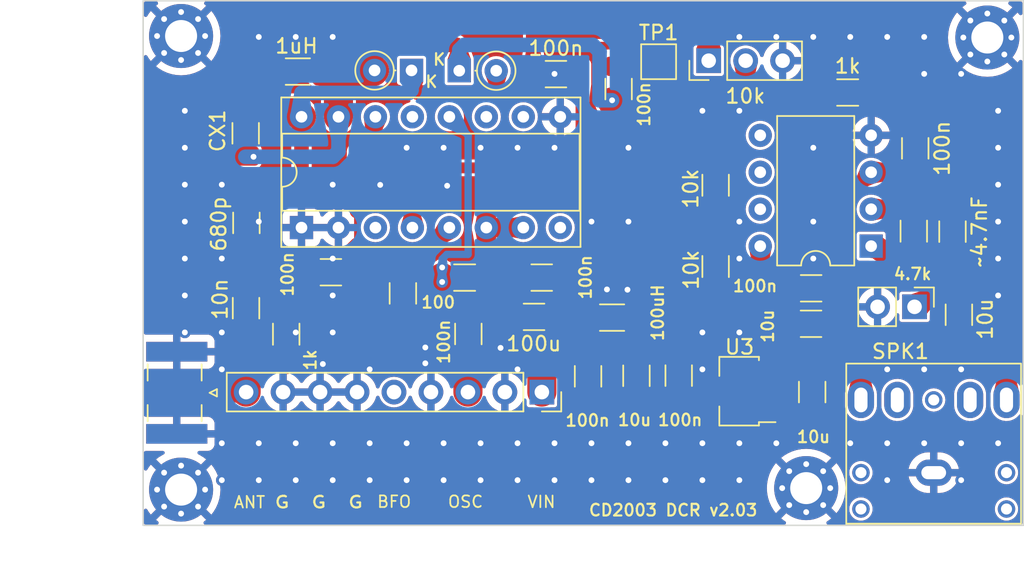
<source format=kicad_pcb>
(kicad_pcb (version 20221018) (generator pcbnew)
  (layers (0 "F.Cu" signal) (31 "B.Cu" signal) (34 "B.Paste" user) (35 "F.Paste" user) (36 "B.SilkS" user "B.Silkscreen") (37 "F.SilkS" user "F.Silkscreen") (38 "B.Mask" user) (39 "F.Mask" user) (44 "Edge.Cuts" user))
  (net 0 "")
  (net 1 "RX_OSC")
  (net 2 "+5V")
  (net 3 "Net-(U1-FM{slash}AM_SW)")
  (net 4 "Net-(D7-K)")
  (net 8 "GND")
  (net 10 "Net-(U1-AM_OSC)")
  (net 12 "RX_AUDIO")
  (net 13 "Net-(C11-Pad1)")
  (net 14 "Net-(C1-Pad2)")
  (net 15 "Net-(U2A-+)")
  (net 16 "Net-(U2A--)")
  (net 17 "+3.3V")
  (net 18 "Net-(RV1-Pad2)")
  (net 22 "5VCLEAN")
  (net 23 "Net-(J1-In)")
  (net 24 "Net-(J2-Pin_1)")
  (net 25 "Net-(C14-Pad2)")
  (net 28 "Net-(U1-AGC)")
  (footprint "TestPoint:TestPoint_Pad_2.0x2.0mm" (layer "F.Cu") (at 80.46 47.66)
    (fp_text reference "TP1" (at 0 -1.998) (layer "F.SilkS"))
    (fp_text value "Debug_Audio" hide)
    (pad "1" smd rect (at 0 0) (size 2 2) (layers "F.Cu" "F.Mask") (net 14 "Net-(C1-Pad2)"))
  )
  (footprint "Diode_THT:D_DO-35_SOD27_P2.54mm_Vertical_KathodeUp" (layer "F.Cu") (at 66.762 48.278)
    (fp_text reference "D8" hide)
    (fp_text value "1N4148" hide)
    (fp_text user "K" (at -1.382 -0.768) (layer "F.SilkS") (effects (font (size 0.8 0.8))))
    (pad "1" thru_hole rect (at 0 0) (size 1.6 1.6) (drill 0.8) (layers "*.Cu" "*.Mask") (net 22 "5VCLEAN"))
    (pad "2" thru_hole oval (at 2.54 0) (size 1.6 1.6) (drill 0.8) (layers "*.Cu" "*.Mask") (net 4 "Net-(D7-K)"))
  )
  (footprint "Capacitor_SMD:C_1206_3216Metric_Pad1.33x1.80mm_HandSolder" (layer "F.Cu") (at 75.612 69.2955 -90)
    (fp_text reference "C5" hide)
    (fp_text value "100n" (at 3.0345 0.032 180) (layer "F.SilkS") (effects (font (size 0.8 0.8))))
    (pad "1" smd roundrect (at -1.5625 0 270) (size 1.325 1.8) (layers "F.Cu" "F.Paste" "F.Mask") (roundrect_rratio 0.1886792453) (net 2 "+5V"))
    (pad "2" smd roundrect (at 1.5625 0 270) (size 1.325 1.8) (layers "F.Cu" "F.Paste" "F.Mask") (roundrect_rratio 0.1886792453) (net 8 "GND"))
  )
  (footprint "Connector_PinHeader_2.54mm:PinHeader_1x03_P2.54mm_Vertical" (layer "F.Cu") (at 83.9 47.59 90)
    (fp_text reference "RV1" hide)
    (fp_text value "10k" (at -2.432 2.518 180) (layer "F.SilkS"))
    (pad "1" thru_hole rect (at 0 0 90) (size 1.7 1.7) (drill 1) (layers "*.Cu" "*.Mask") (net 14 "Net-(C1-Pad2)"))
    (pad "2" thru_hole oval (at 0 2.54 90) (size 1.7 1.7) (drill 1) (layers "*.Cu" "*.Mask") (net 18 "Net-(RV1-Pad2)"))
    (pad "3" thru_hole oval (at 0 5.08 90) (size 1.7 1.7) (drill 1) (layers "*.Cu" "*.Mask") (net 8 "GND"))
  )
  (footprint "Connector_PinHeader_2.54mm:PinHeader_1x02_P2.54mm_Vertical" (layer "F.Cu") (at 98.044 64.516 -90)
    (fp_text reference "J2" hide)
    (fp_text value "Conn_01x02" hide)
    (pad "1" thru_hole rect (at 0 0 270) (size 1.7 1.7) (drill 1) (layers "*.Cu" "*.Mask") (net 24 "Net-(J2-Pin_1)"))
    (pad "2" thru_hole oval (at 0 2.54 270) (size 1.7 1.7) (drill 1) (layers "*.Cu" "*.Mask") (net 8 "GND"))
  )
  (footprint "Capacitor_SMD:C_1206_3216Metric_Pad1.33x1.80mm_HandSolder" (layer "F.Cu") (at 77.71 49.54 90)
    (fp_text reference "C8" hide)
    (fp_text value "100n" (at -1.06 1.75 90) (layer "F.SilkS") (effects (font (size 0.8 0.8))))
    (pad "1" smd roundrect (at -1.5625 0 90) (size 1.325 1.8) (layers "F.Cu" "F.Paste" "F.Mask") (roundrect_rratio 0.1886792453) (net 22 "5VCLEAN"))
    (pad "2" smd roundrect (at 1.5625 0 90) (size 1.325 1.8) (layers "F.Cu" "F.Paste" "F.Mask") (roundrect_rratio 0.1886792453) (net 8 "GND"))
  )
  (footprint "Capacitor_SMD:C_1206_3216Metric_Pad1.33x1.80mm_HandSolder" (layer "F.Cu") (at 57.942 62.138)
    (fp_text reference "C10" hide)
    (fp_text value "100n" (at -2.982 0.142 90) (layer "F.SilkS") (effects (font (size 0.8 0.8))))
    (pad "1" smd roundrect (at -1.5625 0) (size 1.325 1.8) (layers "F.Cu" "F.Paste" "F.Mask") (roundrect_rratio 0.1886792453) (net 8 "GND"))
    (pad "2" smd roundrect (at 1.5625 0) (size 1.325 1.8) (layers "F.Cu" "F.Paste" "F.Mask") (roundrect_rratio 0.1886792453) (net 3 "Net-(U1-FM{slash}AM_SW)"))
  )
  (footprint "Inductor_SMD:L_1206_3216Metric_Pad1.22x1.90mm_HandSolder" (layer "F.Cu") (at 55.672 48.338)
    (fp_text reference "L1" hide)
    (fp_text value "1uH" (at -0.092 -1.758) (layer "F.SilkS"))
    (pad "1" smd roundrect (at -1.6625 0) (size 1.225 1.9) (layers "F.Cu" "F.Paste" "F.Mask") (roundrect_rratio 0.2040816327) (net 4 "Net-(D7-K)"))
    (pad "2" smd roundrect (at 1.6625 0) (size 1.225 1.9) (layers "F.Cu" "F.Paste" "F.Mask") (roundrect_rratio 0.2040816327) (net 22 "5VCLEAN"))
  )
  (footprint "Capacitor_SMD:C_1206_3216Metric_Pad1.33x1.80mm_HandSolder" (layer "F.Cu") (at 52.137 58.7455 90)
    (fp_text reference "C11" hide)
    (fp_text value "680p" (at -0.0745 -1.897 90) (layer "F.SilkS"))
    (pad "1" smd roundrect (at -1.5625 0 90) (size 1.325 1.8) (layers "F.Cu" "F.Paste" "F.Mask") (roundrect_rratio 0.1886792453) (net 13 "Net-(C11-Pad1)"))
    (pad "2" smd roundrect (at 1.5625 0 90) (size 1.325 1.8) (layers "F.Cu" "F.Paste" "F.Mask") (roundrect_rratio 0.1886792453) (net 4 "Net-(D7-K)"))
  )
  (footprint "Capacitor_SMD:C_1206_3216Metric_Pad1.33x1.80mm_HandSolder" (layer "F.Cu") (at 71.8995 65.208 180)
    (fp_text reference "C6" hide)
    (fp_text value "100u" (at 0.0175 -1.848) (layer "F.SilkS"))
    (pad "1" smd roundrect (at -1.5625 0 180) (size 1.325 1.8) (layers "F.Cu" "F.Paste" "F.Mask") (roundrect_rratio 0.1886792453) (net 2 "+5V"))
    (pad "2" smd roundrect (at 1.5625 0 180) (size 1.325 1.8) (layers "F.Cu" "F.Paste" "F.Mask") (roundrect_rratio 0.1886792453) (net 8 "GND"))
  )
  (footprint "Resistor_SMD:R_1206_3216Metric_Pad1.30x1.75mm_HandSolder" (layer "F.Cu") (at 67.13 62.506)
    (fp_text reference "R14" hide)
    (fp_text value "100" (at -1.81 1.704) (layer "F.SilkS") (effects (font (size 0.8 0.8))))
    (pad "1" smd roundrect (at -1.55 0) (size 1.3 1.75) (layers "F.Cu" "F.Paste" "F.Mask") (roundrect_rratio 0.1923076923) (net 10 "Net-(U1-AM_OSC)"))
    (pad "2" smd roundrect (at 1.55 0) (size 1.3 1.75) (layers "F.Cu" "F.Paste" "F.Mask") (roundrect_rratio 0.1923076923) (net 22 "5VCLEAN"))
  )
  (footprint "Capacitor_SMD:C_1206_3216Metric_Pad1.33x1.80mm_HandSolder" (layer "F.Cu") (at 72.4285 62.506 180)
    (fp_text reference "C9" hide)
    (fp_text value "100n" (at -3.0095 0.022 90) (layer "F.SilkS") (effects (font (size 0.8 0.8))))
    (pad "1" smd roundrect (at -1.5625 0 180) (size 1.325 1.8) (layers "F.Cu" "F.Paste" "F.Mask") (roundrect_rratio 0.1886792453) (net 22 "5VCLEAN"))
    (pad "2" smd roundrect (at 1.5625 0 180) (size 1.325 1.8) (layers "F.Cu" "F.Paste" "F.Mask") (roundrect_rratio 0.1886792453) (net 8 "GND"))
  )
  (footprint "MountingHole:MountingHole_2.2mm_M2_Pad_Via" (layer "F.Cu") (at 90.6 76.984 180)
    (fp_text reference "H2" hide)
    (fp_text value "MountingHole_Pad" hide)
    (pad "1" thru_hole circle (at -1.65 0 180) (size 0.7 0.7) (drill 0.4) (layers "*.Cu" "*.Mask") (net 8 "GND"))
    (pad "1" thru_hole circle (at -1.166726 -1.166726 180) (size 0.7 0.7) (drill 0.4) (layers "*.Cu" "*.Mask") (net 8 "GND"))
    (pad "1" thru_hole circle (at -1.166726 1.166726 180) (size 0.7 0.7) (drill 0.4) (layers "*.Cu" "*.Mask") (net 8 "GND"))
    (pad "1" thru_hole circle (at 0 -1.65 180) (size 0.7 0.7) (drill 0.4) (layers "*.Cu" "*.Mask") (net 8 "GND"))
    (pad "1" thru_hole circle (at 0 0 180) (size 4.4 4.4) (drill 2.2) (layers "*.Cu" "*.Mask") (net 8 "GND"))
    (pad "1" thru_hole circle (at 0 1.65 180) (size 0.7 0.7) (drill 0.4) (layers "*.Cu" "*.Mask") (net 8 "GND"))
    (pad "1" thru_hole circle (at 1.166726 -1.166726 180) (size 0.7 0.7) (drill 0.4) (layers "*.Cu" "*.Mask") (net 8 "GND"))
    (pad "1" thru_hole circle (at 1.166726 1.166726 180) (size 0.7 0.7) (drill 0.4) (layers "*.Cu" "*.Mask") (net 8 "GND"))
    (pad "1" thru_hole circle (at 1.65 0 180) (size 0.7 0.7) (drill 0.4) (layers "*.Cu" "*.Mask") (net 8 "GND"))
  )
  (footprint "MountingHole:MountingHole_2.2mm_M2_Pad_Via" (layer "F.Cu") (at 47.649274 77.087274)
    (fp_text reference "H4" hide)
    (fp_text value "MountingHole_Pad" hide)
    (pad "1" thru_hole circle (at -1.65 0) (size 0.7 0.7) (drill 0.4) (layers "*.Cu" "*.Mask") (net 8 "GND"))
    (pad "1" thru_hole circle (at -1.166726 -1.166726) (size 0.7 0.7) (drill 0.4) (layers "*.Cu" "*.Mask") (net 8 "GND"))
    (pad "1" thru_hole circle (at -1.166726 1.166726) (size 0.7 0.7) (drill 0.4) (layers "*.Cu" "*.Mask") (net 8 "GND"))
    (pad "1" thru_hole circle (at 0 -1.65) (size 0.7 0.7) (drill 0.4) (layers "*.Cu" "*.Mask") (net 8 "GND"))
    (pad "1" thru_hole circle (at 0 0) (size 4.4 4.4) (drill 2.2) (layers "*.Cu" "*.Mask") (net 8 "GND"))
    (pad "1" thru_hole circle (at 0 1.65) (size 0.7 0.7) (drill 0.4) (layers "*.Cu" "*.Mask") (net 8 "GND"))
    (pad "1" thru_hole circle (at 1.166726 -1.166726) (size 0.7 0.7) (drill 0.4) (layers "*.Cu" "*.Mask") (net 8 "GND"))
    (pad "1" thru_hole circle (at 1.166726 1.166726) (size 0.7 0.7) (drill 0.4) (layers "*.Cu" "*.Mask") (net 8 "GND"))
    (pad "1" thru_hole circle (at 1.65 0) (size 0.7 0.7) (drill 0.4) (layers "*.Cu" "*.Mask") (net 8 "GND"))
  )
  (footprint "Capacitor_SMD:C_1206_3216Metric_Pad1.33x1.80mm_HandSolder" (layer "F.Cu") (at 78.937 69.258 -90)
    (fp_text reference "C3" hide)
    (fp_text value "10u" (at 3.04 0.127 180) (layer "F.SilkS") (effects (font (size 0.8 0.8))))
    (pad "1" smd roundrect (at -1.5625 0 270) (size 1.325 1.8) (layers "F.Cu" "F.Paste" "F.Mask") (roundrect_rratio 0.1886792453) (net 22 "5VCLEAN"))
    (pad "2" smd roundrect (at 1.5625 0 270) (size 1.325 1.8) (layers "F.Cu" "F.Paste" "F.Mask") (roundrect_rratio 0.1886792453) (net 8 "GND"))
  )
  (footprint "MountingHole:MountingHole_2.2mm_M2_Pad_Via" (layer "F.Cu") (at 47.649274 45.892726 180)
    (fp_text reference "H1" hide)
    (fp_text value "MountingHole_Pad" hide)
    (pad "1" thru_hole circle (at -1.65 0 180) (size 0.7 0.7) (drill 0.4) (layers "*.Cu" "*.Mask") (net 8 "GND"))
    (pad "1" thru_hole circle (at -1.166726 -1.166726 180) (size 0.7 0.7) (drill 0.4) (layers "*.Cu" "*.Mask") (net 8 "GND"))
    (pad "1" thru_hole circle (at -1.166726 1.166726 180) (size 0.7 0.7) (drill 0.4) (layers "*.Cu" "*.Mask") (net 8 "GND"))
    (pad "1" thru_hole circle (at 0 -1.65 180) (size 0.7 0.7) (drill 0.4) (layers "*.Cu" "*.Mask") (net 8 "GND"))
    (pad "1" thru_hole circle (at 0 0 180) (size 4.4 4.4) (drill 2.2) (layers "*.Cu" "*.Mask") (net 8 "GND"))
    (pad "1" thru_hole circle (at 0 1.65 180) (size 0.7 0.7) (drill 0.4) (layers "*.Cu" "*.Mask") (net 8 "GND"))
    (pad "1" thru_hole circle (at 1.166726 -1.166726 180) (size 0.7 0.7) (drill 0.4) (layers "*.Cu" "*.Mask") (net 8 "GND"))
    (pad "1" thru_hole circle (at 1.166726 1.166726 180) (size 0.7 0.7) (drill 0.4) (layers "*.Cu" "*.Mask") (net 8 "GND"))
    (pad "1" thru_hole circle (at 1.65 0 180) (size 0.7 0.7) (drill 0.4) (layers "*.Cu" "*.Mask") (net 8 "GND"))
  )
  (footprint "Capacitor_SMD:C_1206_3216Metric_Pad1.33x1.80mm_HandSolder" (layer "F.Cu") (at 98.092 53.616 90)
    (fp_text reference "C2" hide)
    (fp_text value "100n" (at 0 1.85 90) (layer "F.SilkS"))
    (pad "1" smd roundrect (at -1.5625 0 90) (size 1.325 1.8) (layers "F.Cu" "F.Paste" "F.Mask") (roundrect_rratio 0.1886792453) (net 15 "Net-(U2A-+)"))
    (pad "2" smd roundrect (at 1.5625 0 90) (size 1.325 1.8) (layers "F.Cu" "F.Paste" "F.Mask") (roundrect_rratio 0.1886792453) (net 8 "GND"))
  )
  (footprint "Inductor_SMD:L_1206_3216Metric_Pad1.22x1.90mm_HandSolder" (layer "F.Cu") (at 77.262 65.258)
    (fp_text reference "L2" hide)
    (fp_text value "100uH" (at 3.138 -0.338 90) (layer "F.SilkS") (effects (font (size 0.8 0.8))))
    (pad "1" smd roundrect (at -1.6625 0) (size 1.225 1.9) (layers "F.Cu" "F.Paste" "F.Mask") (roundrect_rratio 0.2040816327) (net 2 "+5V"))
    (pad "2" smd roundrect (at 1.6625 0) (size 1.225 1.9) (layers "F.Cu" "F.Paste" "F.Mask") (roundrect_rratio 0.2040816327) (net 22 "5VCLEAN"))
  )
  (footprint "footprints:PinSocket_1x09_P2.54mm_Vertical_Custom" (layer "F.Cu") (at 72.438 70.38 -90)
    (fp_text reference "JP1" hide)
    (fp_text value "Pin Header" hide)
    (pad "1" thru_hole rect (at 0 0 270) (size 1.7 1.7) (drill 1) (layers "*.Cu" "*.Mask") (net 2 "+5V"))
    (pad "2" thru_hole oval (at 0 2.54 270) (size 1.7 1.7) (drill 1) (layers "*.Cu" "*.Mask") (net 8 "GND"))
    (pad "3" thru_hole oval (at 0 5.08 270) (size 1.7 1.7) (drill 1) (layers "*.Cu" "*.Mask") (net 1 "RX_OSC"))
    (pad "4" thru_hole oval (at 0 7.62 270) (size 1.7 1.7) (drill 1) (layers "*.Cu" "*.Mask") (net 8 "GND"))
    (pad "5" thru_hole oval (at 0 10.16 270) (size 1.7 1.7) (drill 1) (layers "*.Cu" "*.Mask"))
    (pad "6" thru_hole oval (at 0 12.7 270) (size 1.7 1.7) (drill 1) (layers "*.Cu" "*.Mask") (net 8 "GND"))
    (pad "7" thru_hole oval (at 0 15.24 270) (size 1.7 1.7) (drill 1) (layers "*.Cu" "*.Mask") (net 8 "GND"))
    (pad "8" thru_hole oval (at 0 17.78 270) (size 1.7 1.7) (drill 1) (layers "*.Cu" "*.Mask") (net 8 "GND"))
    (pad "9" thru_hole oval (at 0 20.32 270) (size 1.7 1.7) (drill 1) (layers "*.Cu" "*.Mask") (net 23 "Net-(J1-In)"))
  )
  (footprint "Capacitor_SMD:C_1206_3216Metric_Pad1.33x1.80mm_HandSolder" (layer "F.Cu") (at 90.9395 63.243)
    (fp_text reference "C12" hide)
    (fp_text value "100n" (at -3.8495 -0.153 180) (layer "F.SilkS") (effects (font (size 0.8 0.8))))
    (pad "1" smd roundrect (at -1.5625 0) (size 1.325 1.8) (layers "F.Cu" "F.Paste" "F.Mask") (roundrect_rratio 0.1886792453) (net 17 "+3.3V"))
    (pad "2" smd roundrect (at 1.5625 0) (size 1.325 1.8) (layers "F.Cu" "F.Paste" "F.Mask") (roundrect_rratio 0.1886792453) (net 8 "GND"))
  )
  (footprint "Capacitor_SMD:C_1206_3216Metric_Pad1.33x1.80mm_HandSolder" (layer "F.Cu") (at 91.012 70.378 -90)
    (fp_text reference "C13" hide)
    (fp_text value "10u" (at 3.082 -0.088 180) (layer "F.SilkS") (effects (font (size 0.8 0.8))))
    (pad "1" smd roundrect (at -1.5625 0 270) (size 1.325 1.8) (layers "F.Cu" "F.Paste" "F.Mask") (roundrect_rratio 0.1886792453) (net 17 "+3.3V"))
    (pad "2" smd roundrect (at 1.5625 0 270) (size 1.325 1.8) (layers "F.Cu" "F.Paste" "F.Mask") (roundrect_rratio 0.1886792453) (net 8 "GND"))
  )
  (footprint "Capacitor_SMD:C_1206_3216Metric_Pad1.33x1.80mm_HandSolder" (layer "F.Cu") (at 90.932 65.683 180)
    (fp_text reference "C15" hide)
    (fp_text value "10u" (at 2.972 -0.167 90) (layer "F.SilkS") (effects (font (size 0.8 0.8))))
    (pad "1" smd roundrect (at -1.5625 0 180) (size 1.325 1.8) (layers "F.Cu" "F.Paste" "F.Mask") (roundrect_rratio 0.1886792453) (net 8 "GND"))
    (pad "2" smd roundrect (at 1.5625 0 180) (size 1.325 1.8) (layers "F.Cu" "F.Paste" "F.Mask") (roundrect_rratio 0.1886792453) (net 17 "+3.3V"))
  )
  (footprint "Capacitor_SMD:C_1206_3216Metric_Pad1.33x1.80mm_HandSolder" (layer "F.Cu") (at 52.112 64.608 -90)
    (fp_text reference "C17" hide)
    (fp_text value "10n" (at -0.618 1.782 90) (layer "F.SilkS"))
    (pad "1" smd roundrect (at -1.5625 0 270) (size 1.325 1.8) (layers "F.Cu" "F.Paste" "F.Mask") (roundrect_rratio 0.1886792453) (net 13 "Net-(C11-Pad1)"))
    (pad "2" smd roundrect (at 1.5625 0 270) (size 1.325 1.8) (layers "F.Cu" "F.Paste" "F.Mask") (roundrect_rratio 0.1886792453) (net 23 "Net-(J1-In)"))
  )
  (footprint "Capacitor_SMD:C_1206_3216Metric_Pad1.33x1.80mm_HandSolder" (layer "F.Cu") (at 67.387 66.383 -90)
    (fp_text reference "C21" hide)
    (fp_text value "100n" (at 0.537 1.687 90) (layer "F.SilkS") (effects (font (size 0.8 0.8))))
    (pad "1" smd roundrect (at -1.5625 0 270) (size 1.325 1.8) (layers "F.Cu" "F.Paste" "F.Mask") (roundrect_rratio 0.1886792453) (net 10 "Net-(U1-AM_OSC)"))
    (pad "2" smd roundrect (at 1.5625 0 270) (size 1.325 1.8) (layers "F.Cu" "F.Paste" "F.Mask") (roundrect_rratio 0.1886792453) (net 1 "RX_OSC"))
  )
  (footprint "Capacitor_SMD:C_1206_3216Metric_Pad1.33x1.80mm_HandSolder" (layer "F.Cu") (at 52.087 52.583 -90)
    (fp_text reference "CX1" (at -0.167 1.927 90) (layer "F.SilkS"))
    (fp_text value "  " hide)
    (pad "1" smd roundrect (at -1.5625 0 270) (size 1.325 1.8) (layers "F.Cu" "F.Paste" "F.Mask") (roundrect_rratio 0.1886792453) (net 4 "Net-(D7-K)"))
    (pad "2" smd roundrect (at 1.5625 0 270) (size 1.325 1.8) (layers "F.Cu" "F.Paste" "F.Mask") (roundrect_rratio 0.1886792453) (net 22 "5VCLEAN"))
  )
  (footprint "Capacitor_SMD:C_1206_3216Metric_Pad1.33x1.80mm_HandSolder" (layer "F.Cu") (at 62.89 63.5925 -90)
    (fp_text reference "C16" hide)
    (fp_text value " 10u")
    (pad "1" smd roundrect (at -1.5625 0 270) (size 1.325 1.8) (layers "F.Cu" "F.Paste" "F.Mask") (roundrect_rratio 0.188679) (net 28 "Net-(U1-AGC)"))
    (pad "2" smd roundrect (at 1.5625 0 270) (size 1.325 1.8) (layers "F.Cu" "F.Paste" "F.Mask") (roundrect_rratio 0.188679) (net 8 "GND"))
  )
  (footprint "Capacitor_SMD:C_1206_3216Metric_Pad1.33x1.80mm_HandSolder" (layer "F.Cu") (at 100.652 59.3455 90)
    (fp_text reference "C7" hide)
    (fp_text value "~4.7nF" (at 0 1.85 90) (layer "F.SilkS"))
    (pad "1" smd roundrect (at -1.5625 0 90) (size 1.325 1.8) (layers "F.Cu" "F.Paste" "F.Mask") (roundrect_rratio 0.1886792453) (net 24 "Net-(J2-Pin_1)"))
    (pad "2" smd roundrect (at 1.5625 0 90) (size 1.325 1.8) (layers "F.Cu" "F.Paste" "F.Mask") (roundrect_rratio 0.1886792453) (net 16 "Net-(U2A--)"))
  )
  (footprint "Resistor_SMD:R_1206_3216Metric_Pad1.30x1.75mm_HandSolder" (layer "F.Cu") (at 54.872 66.398 -90)
    (fp_text reference "R13" hide)
    (fp_text value "1k" (at 1.772 -1.658 90) (layer "F.SilkS") (effects (font (size 0.8 0.8))))
    (pad "1" smd roundrect (at -1.55 0 270) (size 1.3 1.75) (layers "F.Cu" "F.Paste" "F.Mask") (roundrect_rratio 0.1923076923) (net 13 "Net-(C11-Pad1)"))
    (pad "2" smd roundrect (at 1.55 0 270) (size 1.3 1.75) (layers "F.Cu" "F.Paste" "F.Mask") (roundrect_rratio 0.1923076923) (net 8 "GND"))
  )
  (footprint "Resistor_SMD:R_1206_3216Metric_Pad1.30x1.75mm_HandSolder" (layer "F.Cu") (at 84.376 61.744 90)
    (fp_text reference "R1" hide)
    (fp_text value "10k" (at -0.226 -1.676 90) (layer "F.SilkS"))
    (pad "1" smd roundrect (at -1.55 0 90) (size 1.3 1.75) (layers "F.Cu" "F.Paste" "F.Mask") (roundrect_rratio 0.1923076923) (net 17 "+3.3V"))
    (pad "2" smd roundrect (at 1.55 0 90) (size 1.3 1.75) (layers "F.Cu" "F.Paste" "F.Mask") (roundrect_rratio 0.1923076923) (net 15 "Net-(U2A-+)"))
  )
  (footprint "Resistor_SMD:R_1206_3216Metric_Pad1.30x1.75mm_HandSolder" (layer "F.Cu") (at 93.45 49.778 180)
    (fp_text reference "Rin1" hide)
    (fp_text value "1k" (at 0 1.82) (layer "F.SilkS"))
    (pad "1" smd roundrect (at -1.55 0 180) (size 1.3 1.75) (layers "F.Cu" "F.Paste" "F.Mask") (roundrect_rratio 0.1923076923) (net 16 "Net-(U2A--)"))
    (pad "2" smd roundrect (at 1.55 0 180) (size 1.3 1.75) (layers "F.Cu" "F.Paste" "F.Mask") (roundrect_rratio 0.1923076923) (net 18 "Net-(RV1-Pad2)"))
  )
  (footprint "Connector_Coaxial:SMA_Samtec_SMA-J-P-X-ST-EM1_EdgeMount" (layer "F.Cu") (at 47.352 70.428 -90)
    (fp_text reference "J1" hide)
    (fp_text value "SMA Edge Mount" hide)
    (pad "1" smd rect (at 0 0.2 270) (size 1.27 3.6) (layers "F.Cu" "F.Paste" "F.Mask") (net 23 "Net-(J1-In)"))
    (pad "2" smd rect (at -2.825 0 270) (size 1.35 4.2) (layers "F.Cu" "F.Paste" "F.Mask") (net 8 "GND"))
    (pad "2" smd rect (at -2.825 0 270) (size 1.35 4.2) (layers "B.Cu" "B.Paste" "B.Mask") (net 8 "GND"))
    (pad "2" smd rect (at 2.825 0 270) (size 1.35 4.2) (layers "F.Cu" "F.Paste" "F.Mask") (net 8 "GND"))
    (pad "2" smd rect (at 2.825 0 270) (size 1.35 4.2) (layers "B.Cu" "B.Paste" "B.Mask") (net 8 "GND"))
  )
  (footprint "Resistor_SMD:R_1206_3216Metric_Pad1.30x1.75mm_HandSolder" (layer "F.Cu") (at 97.992 59.313 90)
    (fp_text reference "Rf1" hide)
    (fp_text value "4.7k" (at -2.947 -0.082) (layer "F.SilkS") (effects (font (size 0.8 0.8))))
    (pad "1" smd roundrect (at -1.55 0 90) (size 1.3 1.75) (layers "F.Cu" "F.Paste" "F.Mask") (roundrect_rratio 0.1923076923) (net 24 "Net-(J2-Pin_1)"))
    (pad "2" smd roundrect (at 1.55 0 90) (size 1.3 1.75) (layers "F.Cu" "F.Paste" "F.Mask") (roundrect_rratio 0.1923076923) (net 16 "Net-(U2A--)"))
  )
  (footprint "MountingHole:MountingHole_2.2mm_M2_Pad_Via" (layer "F.Cu") (at 103.046 45.996)
    (fp_text reference "H3" hide)
    (fp_text value "MountingHole_Pad" hide)
    (pad "1" thru_hole circle (at -1.65 0) (size 0.7 0.7) (drill 0.4) (layers "*.Cu" "*.Mask") (net 8 "GND"))
    (pad "1" thru_hole circle (at -1.166726 -1.166726) (size 0.7 0.7) (drill 0.4) (layers "*.Cu" "*.Mask") (net 8 "GND"))
    (pad "1" thru_hole circle (at -1.166726 1.166726) (size 0.7 0.7) (drill 0.4) (layers "*.Cu" "*.Mask") (net 8 "GND"))
    (pad "1" thru_hole circle (at 0 -1.65) (size 0.7 0.7) (drill 0.4) (layers "*.Cu" "*.Mask") (net 8 "GND"))
    (pad "1" thru_hole circle (at 0 0) (size 4.4 4.4) (drill 2.2) (layers "*.Cu" "*.Mask") (net 8 "GND"))
    (pad "1" thru_hole circle (at 0 1.65) (size 0.7 0.7) (drill 0.4) (layers "*.Cu" "*.Mask") (net 8 "GND"))
    (pad "1" thru_hole circle (at 1.166726 -1.166726) (size 0.7 0.7) (drill 0.4) (layers "*.Cu" "*.Mask") (net 8 "GND"))
    (pad "1" thru_hole circle (at 1.166726 1.166726) (size 0.7 0.7) (drill 0.4) (layers "*.Cu" "*.Mask") (net 8 "GND"))
    (pad "1" thru_hole circle (at 1.65 0) (size 0.7 0.7) (drill 0.4) (layers "*.Cu" "*.Mask") (net 8 "GND"))
  )
  (footprint "Capacitor_SMD:C_1206_3216Metric_Pad1.33x1.80mm_HandSolder" (layer "F.Cu") (at 73.406 48.514 180)
    (fp_text reference "C1" hide)
    (fp_text value "100n" (at 0 1.778) (layer "F.SilkS"))
    (pad "1" smd roundrect (at -1.5625 0 180) (size 1.325 1.8) (layers "F.Cu" "F.Paste" "F.Mask") (roundrect_rratio 0.1886792453) (net 12 "RX_AUDIO"))
    (pad "2" smd roundrect (at 1.5625 0 180) (size 1.325 1.8) (layers "F.Cu" "F.Paste" "F.Mask") (roundrect_rratio 0.1886792453) (net 14 "Net-(C1-Pad2)"))
  )
  (footprint "Resistor_SMD:R_1206_3216Metric_Pad1.30x1.75mm_HandSolder" (layer "F.Cu") (at 84.376 56.156 90)
    (fp_text reference "R2" hide)
    (fp_text value "10k" (at -0.234 -1.706 90) (layer "F.SilkS"))
    (pad "1" smd roundrect (at -1.55 0 90) (size 1.3 1.75) (layers "F.Cu" "F.Paste" "F.Mask") (roundrect_rratio 0.1923076923) (net 15 "Net-(U2A-+)"))
    (pad "2" smd roundrect (at 1.55 0 90) (size 1.3 1.75) (layers "F.Cu" "F.Paste" "F.Mask") (roundrect_rratio 0.1923076923) (net 8 "GND"))
  )
  (footprint "Diode_THT:D_DO-35_SOD27_P2.54mm_Vertical_KathodeUp" (layer "F.Cu") (at 63.482 48.258 180)
    (fp_text reference "D7" hide)
    (fp_text value "1N4148" hide)
    (fp_text user "K" (at -1.368 -0.782) (layer "F.SilkS") (effects (font (size 0.8 0.8))))
    (pad "1" thru_hole rect (at 0 0 180) (size 1.6 1.6) (drill 0.8) (layers "*.Cu" "*.Mask") (net 4 "Net-(D7-K)"))
    (pad "2" thru_hole oval (at 2.54 0 180) (size 1.6 1.6) (drill 0.8) (layers "*.Cu" "*.Mask") (net 22 "5VCLEAN"))
  )
  (footprint "Package_TO_SOT_SMD:SOT-89-3" (layer "F.Cu") (at 85.992 70.318 180)
    (fp_text reference "U3" (at -0.028 3.038 180) (layer "F.SilkS"))
    (fp_text value "HT7833 SOT89 3.3V 500mA LDO" hide)
    (pad "1" smd rect (at -1.95 -1.5 180) (size 1.3 0.9) (layers "F.Cu" "F.Paste" "F.Mask") (net 8 "GND"))
    (pad "2" smd custom (at -1.8625 0 180) (size 1.475 0.9) (layers "F.Cu" "F.Paste" "F.Mask") (net 22 "5VCLEAN") (options (clearance outline) (anchor rect)) (primitives (gr_poly (pts (xy 3.8625 0.8665) (xy 0.7375 0.8665) (xy 0.7375 -0.8665) (xy 3.8625 -0.8665)) (width 0) (fill yes))))
    (pad "3" smd rect (at -1.95 1.5 180) (size 1.3 0.9) (layers "F.Cu" "F.Paste" "F.Mask") (net 17 "+3.3V"))
  )
  (footprint "Capacitor_SMD:C_1206_3216Metric_Pad1.33x1.80mm_HandSolder" (layer "F.Cu") (at 81.84 69.2475 -90)
    (fp_text reference "C4" hide)
    (fp_text value "100n" (at 3.052 -0.103 -180) (layer "F.SilkS") (effects (font (size 0.8 0.8))))
    (pad "1" smd roundrect (at -1.5625 0 270) (size 1.325 1.8) (layers "F.Cu" "F.Paste" "F.Mask") (roundrect_rratio 0.1886792453) (net 22 "5VCLEAN"))
    (pad "2" smd roundrect (at 1.5625 0 270) (size 1.325 1.8) (layers "F.Cu" "F.Paste" "F.Mask") (roundrect_rratio 0.1886792453) (net 8 "GND"))
  )
  (footprint "Capacitor_SMD:C_1206_3216Metric_Pad1.33x1.80mm_HandSolder" (layer "F.Cu") (at 101.092 65.0625 -90)
    (fp_text reference "C14" hide)
    (fp_text value "10u" (at 0.2975 -1.808 90) (layer "F.SilkS"))
    (pad "1" smd roundrect (at -1.5625 0 270) (size 1.325 1.8) (layers "F.Cu" "F.Paste" "F.Mask") (roundrect_rratio 0.1886792453) (net 24 "Net-(J2-Pin_1)"))
    (pad "2" smd roundrect (at 1.5625 0 270) (size 1.325 1.8) (layers "F.Cu" "F.Paste" "F.Mask") (roundrect_rratio 0.1886792453) (net 25 "Net-(C14-Pad2)"))
  )
  (footprint "Package_DIP:DIP-16_W7.62mm_Socket" (layer "F.Cu") (at 55.922 59.068 90)
    (fp_text reference "U1" hide)
    (fp_text value "CD2003GB_GP" hide)
    (pad "1" thru_hole rect (at 0 0 90) (size 1.6 1.6) (drill 0.8) (layers "*.Cu" "*.Mask") (net 8 "GND"))
    (pad "2" thru_hole oval (at 0 2.54 90) (size 1.6 1.6) (drill 0.8) (layers "*.Cu" "*.Mask") (net 8 "GND"))
    (pad "3" thru_hole oval (at 0 5.08 90) (size 1.6 1.6) (drill 0.8) (layers "*.Cu" "*.Mask"))
    (pad "4" thru_hole oval (at 0 7.62 90) (size 1.6 1.6) (drill 0.8) (layers "*.Cu" "*.Mask") (net 12 "RX_AUDIO"))
    (pad "5" thru_hole oval (at 0 10.16 90) (size 1.6 1.6) (drill 0.8) (layers "*.Cu" "*.Mask") (net 28 "Net-(U1-AGC)"))
    (pad "6" thru_hole oval (at 0 12.7 90) (size 1.6 1.6) (drill 0.8) (layers "*.Cu" "*.Mask") (net 22 "5VCLEAN"))
    (pad "7" thru_hole oval (at 0 15.24 90) (size 1.6 1.6) (drill 0.8) (layers "*.Cu" "*.Mask") (net 22 "5VCLEAN"))
    (pad "8" thru_hole oval (at 0 17.78 90) (size 1.6 1.6) (drill 0.8) (layers "*.Cu" "*.Mask"))
    (pad "9" thru_hole oval (at 7.62 17.78 90) (size 1.6 1.6) (drill 0.8) (layers "*.Cu" "*.Mask") (net 8 "GND"))
    (pad "10" thru_hole oval (at 7.62 15.24 90) (size 1.6 1.6) (drill 0.8) (layers "*.Cu" "*.Mask"))
    (pad "11" thru_hole oval (at 7.62 12.7 90) (size 1.6 1.6) (drill 0.8) (layers "*.Cu" "*.Mask"))
    (pad "12" thru_hole oval (at 7.62 10.16 90) (size 1.6 1.6) (drill 0.8) (layers "*.Cu" "*.Mask") (net 10 "Net-(U1-AM_OSC)"))
    (pad "13" thru_hole oval (at 7.62 7.62 90) (size 1.6 1.6) (drill 0.8) (layers "*.Cu" "*.Mask"))
    (pad "14" thru_hole oval (at 7.62 5.08 90) (size 1.6 1.6) (drill 0.8) (layers "*.Cu" "*.Mask") (net 3 "Net-(U1-FM{slash}AM_SW)"))
    (pad "15" thru_hole oval (at 7.62 2.54 90) (size 1.6 1.6) (drill 0.8) (layers "*.Cu" "*.Mask") (net 22 "5VCLEAN"))
    (pad "16" thru_hole oval (at 7.62 0 90) (size 1.6 1.6) (drill 0.8) (layers "*.Cu" "*.Mask") (net 4 "Net-(D7-K)"))
  )
  (footprint "footprints:PJ-307_Modded" (layer "F.Cu") (at 99.362 72.92 90)
    (fp_text reference "SPK1" (at 5.334 -2.286 180) (layer "F.SilkS"))
    (fp_text value "SPEAKER")
    (pad "" np_thru_hole circle (at -5.5 -5 90) (size 1.2 1.2) (drill 0.762) (layers "*.Cu" "*.Mask"))
    (pad "" np_thru_hole circle (at -5.5 5 90) (size 1.2 1.2) (drill 0.762) (layers "*.Cu" "*.Mask"))
    (pad "" np_thru_hole circle (at -3 -5 90) (size 1.2 1.2) (drill 0.762) (layers "*.Cu" "*.Mask"))
    (pad "" np_thru_hole circle (at -3 5 90) (size 1.2 1.2) (drill 0.762) (layers "*.Cu" "*.Mask"))
    (pad "" np_thru_hole circle (at 2 0 90) (size 1.2 1.2) (drill 0.762) (layers "*.Cu" "*.Mask"))
    (pad "R" thru_hole oval (at 2 -5 90) (size 2.5 1.8) (drill oval 1.7 0.9) (layers "*.Cu" "*.Mask") (net 25 "Net-(C14-Pad2)"))
    (pad "RN" thru_hole oval (at 2 -2.5 90) (size 2.5 1.8) (drill oval 1.7 0.9) (layers "*.Cu" "*.Mask"))
    (pad "S" thru_hole oval (at -3 0 180) (size 2.5 1.8) (drill oval 1.7 0.9) (layers "*.Cu" "*.Mask") (net 8 "GND"))
    (pad "T" thru_hole oval (at 2 5 90) (size 2.5 1.8) (drill oval 1.7 0.9) (layers "*.Cu" "*.Mask") (net 25 "Net-(C14-Pad2)"))
    (pad "TN" thru_hole oval (at 2 2.5 90) (size 2.5 1.8) (drill oval 1.7 0.9) (layers "*.Cu" "*.Mask"))
  )
  (footprint "Package_DIP:DIP-8_W7.62mm" (layer "F.Cu") (at 95.062 60.343 180)
    (fp_text reference "U2" hide)
    (fp_text value "MCP6002" hide)
    (pad "1" thru_hole rect (at 0 0 180) (size 1.6 1.6) (drill 0.8) (layers "*.Cu" "*.Mask") (net 24 "Net-(J2-Pin_1)"))
    (pad "2" thru_hole oval (at 0 2.54 180) (size 1.6 1.6) (drill 0.8) (layers "*.Cu" "*.Mask") (net 16 "Net-(U2A--)"))
    (pad "3" thru_hole oval (at 0 5.08 180) (size 1.6 1.6) (drill 0.8) (layers "*.Cu" "*.Mask") (net 15 "Net-(U2A-+)"))
    (pad "4" thru_hole oval (at 0 7.62 180) (size 1.6 1.6) (drill 0.8) (layers "*.Cu" "*.Mask") (net 8 "GND"))
    (pad "5" thru_hole oval (at 7.62 7.62 180) (size 1.6 1.6) (drill 0.8) (layers "*.Cu" "*.Mask"))
    (pad "6" thru_hole oval (at 7.62 5.08 180) (size 1.6 1.6) (drill 0.8) (layers "*.Cu" "*.Mask"))
    (pad "7" thru_hole oval (at 7.62 2.54 180) (size 1.6 1.6) (drill 0.8) (layers "*.Cu" "*.Mask"))
    (pad "8" thru_hole oval (at 7.62 0 180) (size 1.6 1.6) (drill 0.8) (layers "*.Cu" "*.Mask") (net 17 "+3.3V"))
  )
  (gr_rect (start 45.042 43.466) (end 105.524 79.546) (stroke (width 0.1)) (fill none) (layer "Edge.Cuts"))
  (gr_text "G  G  G" (at 53.99 78.42) (layer "F.SilkS") (effects (font (size 0.8 1)) (justify left bottom)))
  (gr_text "OSC" (at 67.19 77.92) (layer "F.SilkS") (effects (font (size 0.8 0.8) (thickness 0.12))))
  (gr_text "BFO" (at 62.29 77.92) (layer "F.SilkS") (effects (font (size 0.8 0.8) (thickness 0.12))))
  (gr_text "CD2003 DCR v2.03" (at 75.59 78.97) (layer "F.SilkS") (effects (font (size 0.8 0.8)) (justify left bottom)))
  (gr_text "ANT" (at 52.352 77.956) (layer "F.SilkS") (effects (font (size 0.8 0.8) (thickness 0.12))))
  (gr_text "VIN" (at 72.41 77.93) (layer "F.SilkS") (effects (font (size 0.8 0.8) (thickness 0.12))))
  (segment (start 67.358 67.9745) (end 67.387 67.9455) (width 2) (layer "F.Cu") (net 1))
  (segment (start 67.358 70.38) (end 67.358 67.9745) (width 2) (layer "F.Cu") (net 1))
  (segment (start 75.612 67.733) (end 75.612 65.2705) (width 2) (layer "F.Cu") (net 2))
  (segment (start 72.438 70.38) (end 72.438 67.908) (width 2) (layer "F.Cu") (net 2))
  (segment (start 72.613 67.733) (end 72.438 67.908) (width 2) (layer "F.Cu") (net 2))
  (segment (start 75.612 67.733) (end 72.613 67.733) (width 2) (layer "F.Cu") (net 2))
  (segment (start 75.612 65.2705) (end 75.5995 65.258) (width 2) (layer "F.Cu") (net 2))
  (segment (start 75.5995 65.258) (end 73.512 65.258) (width 2) (layer "F.Cu") (net 2))
  (segment (start 59.738 53.87) (end 59.738 57.934) (width 1) (layer "F.Cu") (net 3))
  (segment (start 61.002 52.606) (end 59.738 53.87) (width 1) (layer "F.Cu") (net 3))
  (segment (start 61.002 51.448) (end 61.002 52.606) (width 1) (layer "F.Cu") (net 3))
  (segment (start 59.484 62.506) (end 59.484 60.506) (width 1) (layer "F.Cu") (net 3))
  (segment (start 59.738 60.252) (end 59.738 57.934) (width 0.4) (layer "F.Cu") (net 3))
  (segment (start 59.484 60.506) (end 59.738 60.252) (width 1) (layer "F.Cu") (net 3))
  (segment (start 63.482 48.258) (end 63.482 49.378) (width 1) (layer "F.Cu") (net 4))
  (segment (start 55.922 56.498) (end 55.922 51.448) (width 1) (layer "F.Cu") (net 4))
  (segment (start 52.137 57.183) (end 55.237 57.183) (width 1) (layer "F.Cu") (net 4))
  (segment (start 63.482 49.378) (end 63.882 49.778) (width 1) (layer "F.Cu") (net 4))
  (segment (start 52.316 48.338) (end 51.864 48.79) (width 2) (layer "F.Cu") (net 4))
  (segment (start 55.237 57.183) (end 55.922 56.498) (width 1) (layer "F.Cu") (net 4))
  (segment (start 55.5115 51.0375) (end 55.922 51.448) (width 2) (layer "F.Cu") (net 4))
  (segment (start 51.864 51.0375) (end 55.5115 51.0375) (width 2) (layer "F.Cu") (net 4))
  (segment (start 54.0095 48.338) (end 52.316 48.338) (width 2) (layer "F.Cu") (net 4))
  (segment (start 69.302 49.698) (end 69.222 49.778) (width 1) (layer "F.Cu") (net 4))
  (segment (start 63.882 49.778) (end 69.222 49.778) (width 1) (layer "F.Cu") (net 4))
  (segment (start 51.864 51.0375) (end 51.864 48.79) (width 2) (layer "F.Cu") (net 4))
  (segment (start 69.302 48.278) (end 69.302 49.698) (width 1) (layer "F.Cu") (net 4))
  (segment (start 63.482 49.618) (end 63.482 48.258) (width 1) (layer "B.Cu") (net 4))
  (segment (start 55.928 49.806) (end 63.294 49.806) (width 1) (layer "B.Cu") (net 4))
  (segment (start 63.294 49.806) (end 63.482 49.618) (width 1) (layer "B.Cu") (net 4))
  (segment (start 55.922 49.812) (end 55.928 49.806) (width 1) (layer "B.Cu") (net 4))
  (segment (start 55.922 51.448) (end 55.922 49.812) (width 1) (layer "B.Cu") (net 4))
  (via (at 57.39 68.45) (size 0.8) (drill 0.4) (layers "F.Cu" "B.Cu") (net 8))
  (via (at 98.707 45.956) (size 0.8) (drill 0.4) (layers "F.Cu" "B.Cu") (net 8))
  (via (at 55.527 76.436) (size 0.8) (drill 0.4) (layers "F.Cu" "B.Cu") (net 8))
  (via (at 65.687 76.436) (size 0.8) (drill 0.4) (layers "F.Cu" "B.Cu") (net 8))
  (via (at 73.307 76.436) (size 0.8) (drill 0.4) (layers "F.Cu" "B.Cu") (net 8))
  (via (at 80.927 76.436) (size 0.8) (drill 0.4) (layers "F.Cu" "B.Cu") (net 8))
  (via (at 52.987 73.896) (size 0.8) (drill 0.4) (layers "F.Cu" "B.Cu") (net 8))
  (via (at 47.907 53.576) (size 0.8) (drill 0.4) (layers "F.Cu" "B.Cu") (net 8))
  (via (at 83.467 68.816) (size 0.8) (drill 0.4) (layers "F.Cu" "B.Cu") (net 8))
  (via (at 96.167 45.956) (size 0.8) (drill 0.4) (layers "F.Cu" "B.Cu") (net 8))
  (via (at 73.307 48.496) (size 0.8) (drill 0.4) (layers "F.Cu" "B.Cu") (net 8))
  (via (at 64.43 68.4) (size 0.8) (drill 0.4) (layers "F.Cu" "B.Cu") (net 8))
  (via (at 78.387 73.896) (size 0.8) (drill 0.4) (layers "F.Cu" "B.Cu") (net 8))
  (via (at 52.987 58.656) (size 0.8) (drill 0.4) (layers "F.Cu" "B.Cu") (net 8))
  (via (at 58.067 61.196) (size 0.8) (drill 0.4) (layers "F.Cu" "B.Cu") (net 8))
  (via (at 47.907 63.736) (size 0.8) (drill 0.4) (layers "F.Cu" "B.Cu") (net 8))
  (via (at 63.147 73.896) (size 0.8) (drill 0.4) (layers "F.Cu" "B.Cu") (net 8))
  (via (at 70.767 76.436) (size 0.8) (drill 0.4) (layers "F.Cu" "B.Cu") (net 8))
  (via (at 58.067 45.956) (size 0.8) (drill 0.4) (layers "F.Cu" "B.Cu") (net 8))
  (via (at 47.907 61.196) (size 0.8) (drill 0.4) (layers "F.Cu" "B.Cu") (net 8))
  (via (at 50.447 56.116) (size 0.8) (drill 0.4) (layers "F.Cu" "B.Cu") (net 8))
  (via (at 83.467 51.036) (size 0.8) (drill 0.4) (layers "F.Cu" "B.Cu") (net 8))
  (via (at 101.247 68.816) (size 0.8) (drill 0.4) (layers "F.Cu" "B.Cu") (net 8))
  (via (at 58.067 76.436) (size 0.8) (drill 0.4) (layers "F.Cu" "B.Cu") (net 8))
  (via (at 68.227 53.576) (size 0.8) (drill 0.4) (layers "F.Cu" "B.Cu") (net 8))
  (via (at 70.767 68.816) (size 0.8) (drill 0.4) (layers "F.Cu" "B.Cu") (net 8))
  (via (at 86.007 45.956) (size 0.8) (drill 0.4) (layers "F.Cu" "B.Cu") (net 8))
  (via (at 64.43 67.31) (size 0.8) (drill 0.4) (layers "F.Cu" "B.Cu") (net 8))
  (via (at 52.987 76.436) (size 0.8) (drill 0.4) (layers "F.Cu" "B.Cu") (net 8))
  (via (at 78.387 76.436) (size 0.8) (drill 0.4) (layers "F.Cu" "B.Cu") (net 8))
  (via (at 96.167 76.436) (size 0.8) (drill 0.4) (layers "F.Cu" "B.Cu") (net 8))
  (via (at 78.387 58.656) (size 0.8) (drill 0.4) (layers "F.Cu" "B.Cu") (net 8))
  (via (at 103.787 61.196) (size 0.8) (drill 0.4) (layers "F.Cu" "B.Cu") (net 8))
  (via (at 96.167 68.816) (size 0.8) (drill 0.4) (layers "F.Cu" "B.Cu") (net 8))
  (via (at 83.467 76.436) (size 0.8) (drill 0.4) (layers "F.Cu" "B.Cu") (net 8))
  (via (at 91.087 58.656) (size 0.8) (drill 0.4) (layers "F.Cu" "B.Cu") (net 8))
  (via (at 98.707 48.496) (size 0.8) (drill 0.4) (layers "F.Cu" "B.Cu") (net 8))
  (via (at 86.007 73.896) (size 0.8) (drill 0.4) (layers "F.Cu" "B.Cu") (net 8))
  (via (at 60.607 73.896) (size 0.8) (drill 0.4) (layers "F.Cu" "B.Cu") (net 8))
  (via (at 96.167 73.896) (size 0.8) (drill 0.4) (layers "F.Cu" "B.Cu") (net 8))
  (via (at 55.527 45.956) (size 0.8) (drill 0.4) (layers "F.Cu" "B.Cu") (net 8))
  (via (at 73.307 53.576) (size 0.8) (drill 0.4) (layers "F.Cu" "B.Cu") (net 8))
  (via (at 50.447 66.276) (size 0.8) (drill 0.4) (layers "F.Cu" "B.Cu") (net 8))
  (via (at 47.907 56.116) (size 0.8) (drill 0.4) (layers "F.Cu" "B.Cu") (net 8))
  (via (at 103.787 73.896) (size 0.8) (drill 0.4) (layers "F.Cu" "B.Cu") (net 8))
  (via (at 60.607 76.436) (size 0.8) (drill 0.4) (layers "F.Cu" "B.Cu") (net 8))
  (via (at 68.227 73.896) (size 0.8) (drill 0.4) (layers "F.Cu" "B.Cu") (net 8))
  (via (at 103.787 56.116) (size 0.8) (drill 0.4) (layers "F.Cu" "B.Cu") (net 8))
  (via (at 75.847 76.436) (size 0.8) (drill 0.4) (layers "F.Cu" "B.Cu") (net 8))
  (via (at 69.6 67.34) (size 0.8) (drill 0.4) (layers "F.Cu" "B.Cu") (net 8))
  (via (at 91.087 45.956) (size 0.8) (drill 0.4) (layers "F.Cu" "B.Cu") (net 8))
  (via (at 86.007 66.276) (size 0.8) (drill 0.4) (layers "F.Cu" "B.Cu") (net 8))
  (via (at 65.93 56.19) (size 0.8) (drill 0.4) (layers "F.Cu" "B.Cu") (net 8))
  (via (at 86.007 51.036) (size 0.8) (drill 0.4) (layers "F.Cu" "B.Cu") (net 8))
  (via (at 86.007 61.196) (size 0.8) (drill 0.4) (layers "F.Cu" "B.Cu") (net 8))
  (via (at 47.907 58.656) (size 0.8) (drill 0.4) (layers "F.Cu" "B.Cu") (net 8))
  (via (at 70.767 73.896) (size 0.8) (drill 0.4) (layers "F.Cu" "B.Cu") (net 8))
  (via (at 60.607 68.816) (size 0.8) (drill 0.4) (layers "F.Cu" "B.Cu") (net 8))
  (via (at 98.707 73.896) (size 0.8) (drill 0.4) (layers "F.Cu" "B.Cu") (net 8))
  (via (at 103.787 63.736) (size 0.8) (drill 0.4) (layers "F.Cu" "B.Cu") (net 8))
  (via (at 78.32 63.34) (size 0.8) (drill 0.4) (layers "F.Cu" "B.Cu") (net 8))
  (via (at 93.627 73.896) (size 0.8) (drill 0.4) (layers "F.Cu" "B.Cu") (net 8))
  (via (at 47.907 51.036) (size 0.8) (drill 0.4) (layers "F.Cu" "B.Cu") (net 8))
  (via (at 58.067 56.116) (size 0.8) (drill 0.4) (layers "F.Cu" "B.Cu") (net 8))
  (via (at 55.527 73.896) (size 0.8) (drill 0.4) (layers "F.Cu" "B.Cu") (net 8))
  (via (at 50.447 61.196) (size 0.8) (drill 0.4) (layers "F.Cu" "B.Cu") (net 8))
  (via (at 88.547 73.896) (size 0.8) (drill 0.4) (layers "F.Cu" "B.Cu") (net 8))
  (via (at 83.467 66.276) (size 0.8) (drill 0.4) (layers "F.Cu" "B.Cu") (net 8))
  (via (at 73.307 73.896) (size 0.8) (drill 0.4) (layers "F.Cu" "B.Cu") (net 8))
  (via (at 58.067 73.896) (size 0.8) (drill 0.4) (layers "F.Cu" "B.Cu") (net 8))
  (via (at 83.467 73.896) (size 0.8) (drill 0.4) (layers "F.Cu" "B.Cu") (net 8))
  (via (at 103.787 53.576) (size 0.8) (drill 0.4) (layers "F.Cu" "B.Cu") (net 8))
  (via (at 86.007 76.436) (size 0.8) (drill 0.4) (layers "F.Cu" "B.Cu") (net 8))
  (via (at 80.927 73.896) (size 0.8) (drill 0.4) (layers "F.Cu" "B.Cu") (net 8))
  (via (at 47.907 66.276) (size 0.8) (drill 0.4) (layers "F.Cu" "B.Cu") (net 8))
  (via (at 75.847 73.896) (size 0.8) (drill 0.4) (layers "F.Cu" "B.Cu") (net 8))
  (via (at 58.067 66.276) (size 0.8) (drill 0.4) (layers "F.Cu" "B.Cu") (net 8))
  (via (at 70.767 53.576) (size 0.8) (drill 0.4) (layers "F.Cu" "B.Cu") (net 8))
  (via (at 50.447 76.436) (size 0.8) (drill 0.4) (layers "F.Cu" "B.Cu") (net 8))
  (via (at 52.987 45.956) (size 0.8) (drill 0.4) (layers "F.Cu" "B.Cu") (net 8))
  (via (at 76.91 63.32) (size 0.8) (drill 0.4) (layers "F.Cu" "B.Cu") (net 8))
  (via (at 101.247 76.436) (size 0.8) (drill 0.4) (layers "F.Cu" "B.Cu") (net 8))
  (via (at 55.527 66.276) (size 0.8) (drill 0.4) (layers "F.Cu" "B.Cu") (net 8))
  (via (at 65.687 73.896) (size 0.8) (drill 0.4) (layers "F.Cu" "B.Cu") (net 8))
  (via (at 101.247 48.496) (size 0.8) (drill 0.4) (layers "F.Cu" "B.Cu") (net 8))
  (via (at 103.787 58.656) (size 0.8) (drill 0.4) (layers "F.Cu" "B.Cu") (net 8))
  (via (at 63.147 76.436) (size 0.8) (drill 0.4) (layers "F.Cu" "B.Cu") (net 8))
  (via (at 63.147 53.576) (size 0.8) (drill 0.4) (layers "F.Cu" "B.Cu") (net 8))
  (via (at 93.627 45.956) (size 0.8) (drill 0.4) (layers "F.Cu" "B.Cu") (net 8))
  (via (at 101.247 73.896) (size 0.8) (drill 0.4) (layers "F.Cu" "B.Cu") (net 8))
  (via (at 50.447 68.816) (size 0.8) (drill 0.4) (layers "F.Cu" "B.Cu") (net 8))
  (via (at 65.687 53.576) (size 0.8) (drill 0.4) (layers "F.Cu" "B.Cu") (net 8))
  (via (at 86.007 58.656) (size 0.8) (drill 0.4) (layers "F.Cu" "B.Cu") (net 8))
  (via (at 91.087 53.576) (size 0.8) (drill 0.4) (layers "F.Cu" "B.Cu") (net 8))
  (via (at 61.33 56.13) (size 0.8) (drill 0.4) (layers "F.Cu" "B.Cu") (net 8))
  (via (at 88.547 45.956) (size 0.8) (drill 0.4) (layers "F.Cu" "B.Cu") (net 8))
  (via (at 91.087 61.196) (size 0.8) (drill 0.4) (layers "F.Cu" "B.Cu") (net 8))
  (via (at 78.387 53.576) (size 0.8) (drill 0.4) (layers "F.Cu" "B.Cu") (net 8))
  (via (at 103.787 51.036) (size 0.8) (drill 0.4) (layers "F.Cu" "B.Cu") (net 8))
  (via (at 58.067 63.736) (size 0.8) (drill 0.4) (layers "F.Cu" "B.Cu") (net 8))
  (via (at 50.447 73.896) (size 0.8) (drill 0.4) (layers "F.Cu" "B.Cu") (net 8))
  (via (at 98.707 68.816) (size 0.8) (drill 0.4) (layers "F.Cu" "B.Cu") (net 8))
  (via (at 68.227 76.436) (size 0.8) (drill 0.4) (layers "F.Cu" "B.Cu") (net 8))
  (via (at 75.847 58.656) (size 0.8) (drill 0.4) (layers "F.Cu" "B.Cu") (net 8))
  (segment (start 65.587 62.808) (end 65.58 62.815) (width 2) (layer "F.Cu") (net 10))
  (segment (start 65.58 62.815) (end 65.58 64.251) (width 2) (layer "F.Cu") (net 10))
  (segment (start 65.58 64.251) (end 66.1495 64.8205) (width 2) (layer "F.Cu") (net 10))
  (segment (start 65.58 62.801) (end 65.587 62.808) (width 2) (layer "F.Cu") (net 10))
  (segment (start 65.58 62.506) (end 65.58 62.801) (width 2) (layer "F.Cu") (net 10))
  (segment (start 66.1495 64.8205) (end 67.387 64.8205) (width 2) (layer "F.Cu") (net 10))
  (via (at 65.587 61.808) (size 0.8) (drill 0.4) (layers "F.Cu" "B.Cu") (net 10))
  (via (at 65.587 62.808) (size 0.8) (drill 0.4) (layers "F.Cu" "B.Cu") (net 10))
  (segment (start 66.082 51.448) (end 67.372 52.738) (width 0.5) (layer "B.Cu") (net 10))
  (segment (start 66.082 51.268) (end 67.497 52.683) (width 0.25) (layer "B.Cu") (net 10))
  (segment (start 65.58 61.998) (end 65.58 62.506) (width 0.5) (layer "B.Cu") (net 10))
  (segment (start 65.58 61.236) (end 65.58 61.801) (width 0.5) (layer "B.Cu") (net 10))
  (segment (start 65.908 60.908) (end 65.58 61.236) (width 0.5) (layer "B.Cu") (net 10))
  (segment (start 67.372 52.738) (end 67.372 60.908) (width 0.5) (layer "B.Cu") (net 10))
  (segment (start 65.587 61.808) (end 65.58 61.815) (width 0.5) (layer "B.Cu") (net 10))
  (segment (start 65.58 61.815) (end 65.58 61.998) (width 0.5) (layer "B.Cu") (net 10))
  (segment (start 65.58 61.801) (end 65.587 61.808) (width 0.5) (layer "B.Cu") (net 10))
  (segment (start 67.372 60.908) (end 65.908 60.908) (width 0.5) (layer "B.Cu") (net 10))
  (segment (start 74.97 54.96) (end 75.13 54.8) (width 0.75) (layer "F.Cu") (net 12))
  (segment (start 75.13 54.8) (end 75.13 48.6755) (width 0.75) (layer "F.Cu") (net 12))
  (segment (start 63.74 54.96) (end 74.97 54.96) (width 0.75) (layer "F.Cu") (net 12))
  (segment (start 63.542 59.068) (end 63.542 55.158) (width 0.75) (layer "F.Cu") (net 12))
  (segment (start 63.542 55.158) (end 63.74 54.96) (width 0.75) (layer "F.Cu") (net 12))
  (segment (start 54.3895 63.0455) (end 52.112 63.0455) (width 1) (layer "F.Cu") (net 13))
  (segment (start 54.872 64.848) (end 54.872 63.528) (width 1) (layer "F.Cu") (net 13))
  (segment (start 54.872 63.528) (end 54.3895 63.0455) (width 1) (layer "F.Cu") (net 13))
  (segment (start 52.137 63.0205) (end 52.112 63.0455) (width 2) (layer "F.Cu") (net 13))
  (segment (start 52.137 60.308) (end 52.137 63.0205) (width 2) (layer "F.Cu") (net 13))
  (segment (start 82.07 45.593) (end 82.937 45.593) (width 1) (layer "F.Cu") (net 14))
  (segment (start 80.29 45.623) (end 80.26 45.593) (width 1) (layer "F.Cu") (net 14))
  (segment (start 83.9 45.79) (end 83.703 45.593) (width 1) (layer "F.Cu") (net 14))
  (segment (start 80.26 45.593) (end 82.07 45.593) (width 1) (layer "F.Cu") (net 14))
  (segment (start 72.152 45.593) (end 80.26 45.593) (width 1) (layer "F.Cu") (net 14))
  (segment (start 80.29 47.66) (end 80.29 45.623) (width 1) (layer "F.Cu") (net 14))
  (segment (start 80.46 47.66) (end 80.46 45.793) (width 1) (layer "F.Cu") (net 14))
  (segment (start 71.8435 48.514) (end 71.8435 45.9015) (width 1) (layer "F.Cu") (net 14))
  (segment (start 83.703 45.593) (end 82.07 45.593) (width 1) (layer "F.Cu") (net 14))
  (segment (start 83.9 47.59) (end 83.9 45.79) (width 1) (layer "F.Cu") (net 14))
  (segment (start 80.46 45.793) (end 80.29 45.623) (width 1) (layer "F.Cu") (net 14))
  (segment (start 71.8435 45.9015) (end 72.152 45.593) (width 1) (layer "F.Cu") (net 14))
  (segment (start 84.577 56.463) (end 84.376 56.664) (width 0.4) (layer "F.Cu") (net 15))
  (segment (start 84.376 56.664) (end 84.376 57.706) (width 0.4) (layer "F.Cu") (net 15))
  (segment (start 93.862 56.463) (end 84.577 56.463) (width 0.4) (layer "F.Cu") (net 15))
  (segment (start 95.062 55.263) (end 93.862 56.463) (width 0.4) (layer "F.Cu") (net 15))
  (segment (start 95.062 55.263) (end 98.0075 55.263) (width 1) (layer "F.Cu") (net 15))
  (segment (start 84.376 60.194) (end 84.376 57.706) (width 1) (layer "F.Cu") (net 15))
  (segment (start 97.992 57.763) (end 100.632 57.763) (width 1) (layer "F.Cu") (net 16))
  (segment (start 94.702 49.778) (end 100.604 49.778) (width 1) (layer "F.Cu") (net 16))
  (segment (start 100.632 49.806) (end 100.632 57.763) (width 1) (layer "F.Cu") (net 16))
  (segment (start 95.062 57.803) (end 97.952 57.803) (width 1) (layer "F.Cu") (net 16))
  (segment (start 100.604 49.778) (end 100.632 49.806) (width 1) (layer "F.Cu") (net 16))
  (segment (start 89.202 68.818) (end 91.0095 68.818) (width 1) (layer "F.Cu") (net 17))
  (segment (start 88.694 63.373) (end 84.455 63.373) (width 1) (layer "F.Cu") (net 17))
  (segment (start 89.3695 65.683) (end 89.3695 68.6505) (width 1) (layer "F.Cu") (net 17))
  (segment (start 87.462 63.373) (end 88.694 63.373) (width 1) (layer "F.Cu") (net 17))
  (segment (start 89.3695 68.6505) (end 89.202 68.818) (width 1) (layer "F.Cu") (net 17))
  (segment (start 88.694 63.373) (end 89.3495 63.373) (width 1) (layer "F.Cu") (net 17))
  (segment (start 87.462 63.373) (end 87.462 60.363) (width 1) (layer "F.Cu") (net 17))
  (segment (start 89.3695 68.6505) (end 89.3695 63.2505) (width 1) (layer "F.Cu") (net 17))
  (segment (start 87.942 68.818) (end 89.202 68.818) (width 1) (layer "F.Cu") (net 17))
  (segment (start 86.44 49.588) (end 86.63 49.778) (width 1) (layer "F.Cu") (net 18))
  (segment (start 86.63 49.778) (end 91.9 49.778) (width 1) (layer "F.Cu") (net 18))
  (segment (start 86.44 47.59) (end 86.44 49.588) (width 1) (layer "F.Cu") (net 18))
  (segment (start 58.462 48.344) (end 58.468 48.338) (width 2) (layer "F.Cu") (net 22))
  (segment (start 74.277 62.22) (end 81.027 62.22) (width 1) (layer "F.Cu") (net 22))
  (segment (start 57.3345 48.338) (end 58.468 48.338) (width 2) (layer "F.Cu") (net 22))
  (segment (start 68.622 59.068) (end 71.162 59.068) (width 1) (layer "F.Cu") (net 22))
  (segment (start 80.832 56.903) (end 81.037 57.108) (width 2) (layer "F.Cu") (net 22))
  (segment (start 81.037 57.108) (end 81.037 59.978) (width 2) (layer "F.Cu") (net 22))
  (segment (start 81.037 59.978) (end 81.037 51.253) (width 2) (layer "F.Cu") (net 22))
  (segment (start 77.772 56.903) (end 69.157 56.903) (width 1) (layer "F.Cu") (net 22))
  (segment (start 85.3545 67.6355) (end 85.3545 70.608) (width 1) (layer "F.Cu") (net 22))
  (segment (start 69.157 56.903) (end 68.622 57.438) (width 1) (layer "F.Cu") (net 22))
  (segment (start 78.9245 65.258) (end 78.9245 67.683) (width 2) (layer "F.Cu") (net 22))
  (segment (start 73.991 62.506) (end 73.991 61.897) (width 1) (layer "F.Cu") (net 22))
  (segment (start 80.2045 50.4205) (end 77.287 50.4205) (width 2) (layer "F.Cu") (net 22))
  (segment (start 78.9245 67.683) (end 78.937 67.6955) (width 2) (layer "F.Cu") (net 22))
  (segment (start 60.942 46.824) (end 60.942 48.258) (width 1) (layer "F.Cu") (net 22))
  (segment (start 81.732 67.6355) (end 78.997 67.6355) (width 1) (layer "F.Cu") (net 22))
  (segment (start 81.037 62.23) (end 81.037 64.908) (width 2) (layer "F.Cu") (net 22))
  (segment (start 81.027 62.22) (end 81.037 62.23) (width 1) (layer "F.Cu") (net 22))
  (segment (start 81.037 64.908) (end 80.687 65.258) (width 2) (layer "F.Cu") (net 22))
  (segment (start 81.037 51.253) (end 80.2045 50.4205) (width 2) (layer "F.Cu") (net 22))
  (segment (start 58.468 48.338) (end 60.862 48.338) (width 2) (layer "F.Cu") (net 22))
  (segment (start 66.762 48.278) (end 66.762 46.67) (width 1) (layer "F.Cu") (net 22))
  (segment (start 81.037 59.978) (end 81.037 62.23) (width 2) (layer "F.Cu") (net 22))
  (segment (start 68.622 59.068) (end 68.622 62.448) (width 1) (layer "F.Cu") (net 22))
  (segment (start 81.732 67.6355) (end 85.3545 67.6355) (width 1) (layer "F.Cu") (net 22))
  (segment (start 73.991 62.506) (end 74.277 62.22) (width 1) (layer "F.Cu") (net 22))
  (segment (start 66.596 46.504) (end 61.262 46.504) (width 1) (layer "F.Cu") (net 22))
  (segment (start 68.622 57.438) (end 68.622 59.068) (width 1) (layer "F.Cu") (net 22))
  (segment (start 77.772 56.903) (end 80.832 56.903) (width 2) (layer "F.Cu") (net 22))
  (segment (start 58.462 51.448) (end 58.462 48.344) (width 2) (layer "F.Cu") (net 22))
  (segment (start 66.762 46.67) (end 66.596 46.504) (width 1) (layer "F.Cu") (net 22))
  (segment (start 80.687 65.258) (end 78.9245 65.258) (width 2) (layer "F.Cu") (net 22))
  (segment (start 61.262 46.504) (end 60.942 46.824) (width 1) (layer "F.Cu") (net 22))
  (segment (start 60.862 48.338) (end 60.942 48.258) (width 2) (layer "F.Cu") (net 22))
  (via (at 77.264 50.314) (size 0.8) (drill 0.4) (layers "F.Cu" "B.Cu") (net 22))
  (via (at 52.626 54.198) (size 0.8) (drill 0.4) (layers "F.Cu" "B.Cu") (net 22))
  (segment (start 52.062 54.198) (end 58.082 54.198) (width 1) (layer "B.Cu") (net 22))
  (segment (start 58.082 54.198) (end 58.462 53.818) (width 1) (layer "B.Cu") (net 22))
  (segment (start 75.944 46.504) (end 76.4 46.96) (width 1) (layer "B.Cu") (net 22))
  (segment (start 58.462 53.818) (end 58.462 51.448) (width 1) (layer "B.Cu") (net 22))
  (segment (start 76.4 46.96) (end 76.4 50.314) (width 1) (layer "B.Cu") (net 22))
  (segment (start 76.4 50.314) (end 77.264 50.314) (width 1) (layer "B.Cu") (net 22))
  (segment (start 66.762 48.278) (end 66.762 46.846) (width 1) (layer "B.Cu") (net 22))
  (segment (start 66.762 46.846) (end 67.104 46.504) (width 1) (layer "B.Cu") (net 22))
  (segment (start 67.104 46.504) (end 75.944 46.504) (width 1) (layer "B.Cu") (net 22))
  (segment (start 52.118 70.38) (end 52.118 66.1765) (width 2) (layer "F.Cu") (net 23))
  (segment (start 47.152 70.428) (end 52.07 70.428) (width 1) (layer "F.Cu") (net 23))
  (segment (start 52.118 66.1765) (end 52.112 66.1705) (width 2) (layer "F.Cu") (net 23))
  (segment (start 100.652 60.908) (end 100.652 63.06) (width 1) (layer "F.Cu") (net 24))
  (segment (start 95.062 60.343) (end 95.582 60.863) (width 1) (layer "F.Cu") (net 24))
  (segment (start 95.582 60.863) (end 97.992 60.863) (width 1) (layer "F.Cu") (net 24))
  (segment (start 100.652 60.908) (end 100.652 63.4635) (width 1) (layer "F.Cu") (net 24))
  (segment (start 101.092 63.5) (end 99.06 63.5) (width 1) (layer "F.Cu") (net 24))
  (segment (start 97.992 60.863) (end 100.607 60.863) (width 1) (layer "F.Cu") (net 24))
  (segment (start 100.652 63.06) (end 101.092 63.5) (width 1) (layer "F.Cu") (net 24))
  (segment (start 99.06 63.5) (end 98.044 64.516) (width 1) (layer "F.Cu") (net 24))
  (segment (start 100.632 66.6085) (end 94.7515 66.6085) (width 1) (layer "F.Cu") (net 25))
  (segment (start 94.362 66.998) (end 94.7515 66.6085) (width 1) (layer "F.Cu") (net 25))
  (segment (start 104.1495 66.6085) (end 100.632 66.6085) (width 1) (layer "F.Cu") (net 25))
  (segment (start 104.362 70.92) (end 104.362 66.821) (width 1) (layer "F.Cu") (net 25))
  (segment (start 94.362 70.92) (end 94.362 66.998) (width 1) (layer "F.Cu") (net 25))
  (segment (start 104.362 66.821) (end 104.1495 66.6085) (width 1) (layer "F.Cu") (net 25))
  (segment (start 62.81 62.34) (end 66.082 59.068) (width 0.75) (layer "F.Cu") (net 28))
  (segment (start 63.12 62.03) (end 66.082 59.068) (width 0.75) (layer "F.Cu") (net 28))
  (zone (net 8) (net_name "GND") (layer "F.Cu") (connect_pads (clearance 0.2)) (min_thickness 0.25) (fill yes (thermal_gap 0.5) (thermal_bridge_width 0.5))
    (polygon (pts (xy 45.006 43.456) (xy 45.006 79.524) (xy 105.458 79.524) (xy 105.458 43.456)))
  )
  (zone (net 8) (net_name "GND") (layer "B.Cu") (priority 1) (connect_pads (clearance 0.2)) (min_thickness 0.25) (fill yes (thermal_gap 0.5) (thermal_bridge_width 0.5))
    (polygon (pts (xy 45.006 43.456) (xy 45.006 79.524) (xy 105.458 79.524) (xy 105.458 43.456)))
  )
)
</source>
